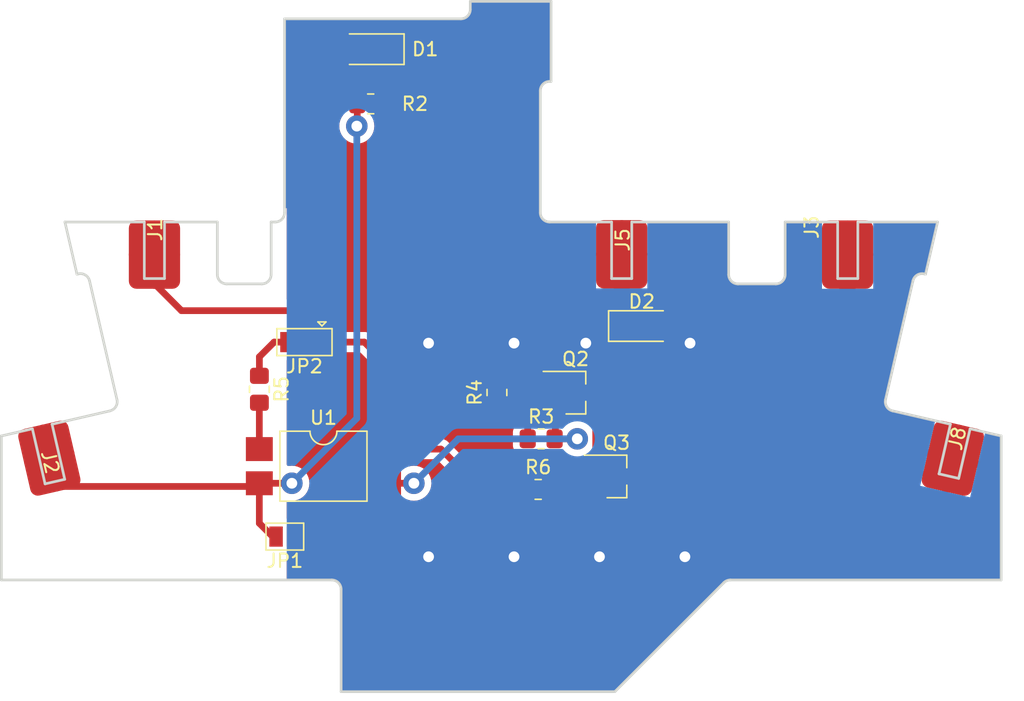
<source format=kicad_pcb>
(kicad_pcb (version 20221018) (generator pcbnew)
  (title_block (comment 4 "AISLER Project ID: OXXCAETM"))
  (layers (0 "F.Cu" signal) (31 "B.Cu" signal) (34 "B.Paste" user) (35 "F.Paste" user) (36 "B.SilkS" user "B.Silkscreen") (37 "F.SilkS" user "F.Silkscreen") (38 "B.Mask" user) (39 "F.Mask" user) (44 "Edge.Cuts" user))
  (net 0 "")
  (net 1 "GND")
  (net 2 "Net-(D1-K)")
  (net 3 "Net-(D1-A)")
  (net 4 "Net-(Q2-D)")
  (net 5 "Net-(R5-Pad2)")
  (net 6 "Net-(J2-Pin_1)")
  (net 7 "Net-(JP2-A)")
  (net 8 "Net-(JP2-B)")
  (net 9 "/Drain-Vout")
  (net 10 "/Source-Vin")
  (net 11 "Net-(Q2-S)")
  (footprint "Library:Wago_Contact" (layer "F.Cu") (at 11.3792 18.8214 90)
    (fp_text reference "J1" (at 1.8542 0.0508 90) (layer "F.SilkS"))
    (fp_text value "IN+")
    (pad "1" connect circle (at -2.159 0 90) (size 0.762 0.762) (layers "F.Cu" "F.Mask") (net 3 "Net-(D1-A)"))
    (pad "1" connect circle (at 0 -1.524 90) (size 0.762 0.762) (layers "F.Cu" "F.Mask") (net 3 "Net-(D1-A)"))
    (pad "1" smd roundrect (at 0 0 90) (size 5.08 3.81) (layers "F.Cu" "F.Paste" "F.Mask") (roundrect_rratio 0.15) (net 3 "Net-(D1-A)"))
    (pad "1" connect circle (at 0 1.524 90) (size 0.762 0.762) (layers "F.Cu" "F.Mask") (net 3 "Net-(D1-A)"))
    (pad "1" connect circle (at 2.159 0 90) (size 0.762 0.762) (layers "F.Cu" "F.Mask") (net 3 "Net-(D1-A)"))
    (zone (net 0) (net_name "") (layers "B.Cu" "F.SilkS") (connect_pads (clearance 0)) (min_thickness 0.25)
      (keepout (tracks not_allowed) (vias not_allowed) (pads not_allowed) (copperpour not_allowed) (footprints allowed))
      (fill (thermal_gap 0.5) (thermal_bridge_width 0.5))
      (polygon (pts (xy 9.4742 21.3614) (xy 9.4742 16.2814) (xy 13.2842 16.2814) (xy 13.2842 21.3614)))
    )
  )
  (footprint "Resistor_SMD:R_0805_2012Metric_Pad1.20x1.40mm_HandSolder" (layer "F.Cu") (at 39.894 36.2712)
    (fp_text reference "R6" (at 0 -1.65) (layer "F.SilkS"))
    (fp_text value "10K")
    (fp_line (start -0.227064 -0.735) (end 0.227064 -0.735) (stroke (width 0.12)) (layer "F.SilkS"))
    (fp_line (start -0.227064 0.735) (end 0.227064 0.735) (stroke (width 0.12)) (layer "F.SilkS"))
    (pad "1" smd roundrect (at -1 0) (size 1.2 1.4) (layers "F.Cu" "F.Paste" "F.Mask") (roundrect_rratio 0.2083333333) (net 4 "Net-(Q2-D)"))
    (pad "2" smd roundrect (at 1 0) (size 1.2 1.4) (layers "F.Cu" "F.Paste" "F.Mask") (roundrect_rratio 0.2083333333) (net 10 "/Source-Vin"))
  )
  (footprint "Resistor_SMD:R_0805_2012Metric_Pad1.20x1.40mm_HandSolder" (layer "F.Cu") (at 19.177 28.829 -90)
    (fp_text reference "R5" (at 0 -1.65 90) (layer "F.SilkS"))
    (fp_text value "5k6")
    (fp_line (start -0.227064 -0.735) (end 0.227064 -0.735) (stroke (width 0.12)) (layer "F.SilkS"))
    (fp_line (start -0.227064 0.735) (end 0.227064 0.735) (stroke (width 0.12)) (layer "F.SilkS"))
    (pad "1" smd roundrect (at -1 0 270) (size 1.2 1.4) (layers "F.Cu" "F.Paste" "F.Mask") (roundrect_rratio 0.2083333333) (net 8 "Net-(JP2-B)"))
    (pad "2" smd roundrect (at 1 0 270) (size 1.2 1.4) (layers "F.Cu" "F.Paste" "F.Mask") (roundrect_rratio 0.2083333333) (net 5 "Net-(R5-Pad2)"))
  )
  (footprint "Resistor_SMD:R_0805_2012Metric_Pad1.20x1.40mm_HandSolder" (layer "F.Cu") (at 40.116 32.512)
    (fp_text reference "R3" (at 0 -1.65) (layer "F.SilkS"))
    (fp_text value "18K")
    (fp_line (start -0.227064 -0.735) (end 0.227064 -0.735) (stroke (width 0.12)) (layer "F.SilkS"))
    (fp_line (start -0.227064 0.735) (end 0.227064 0.735) (stroke (width 0.12)) (layer "F.SilkS"))
    (pad "1" smd roundrect (at -1 0) (size 1.2 1.4) (layers "F.Cu" "F.Paste" "F.Mask") (roundrect_rratio 0.2083333333) (net 1 "GND"))
    (pad "2" smd roundrect (at 1 0) (size 1.2 1.4) (layers "F.Cu" "F.Paste" "F.Mask") (roundrect_rratio 0.2083333333) (net 11 "Net-(Q2-S)"))
  )
  (footprint "Library:Wago_Contact" (layer "F.Cu") (at 70.710531 33.955265 77)
    (fp_text reference "J8" (at 1.505992 -0.00565 77) (layer "F.SilkS"))
    (fp_text value "OUT1-")
    (pad "1" connect circle (at -2.159 0 77) (size 0.762 0.762) (layers "F.Cu" "F.Mask") (net 1 "GND"))
    (pad "1" connect circle (at 0 -1.524 77) (size 0.762 0.762) (layers "F.Cu" "F.Mask") (net 1 "GND"))
    (pad "1" smd roundrect (at 0 0 77) (size 5.08 3.81) (layers "F.Cu" "F.Paste" "F.Mask") (roundrect_rratio 0.15) (net 1 "GND"))
    (pad "1" connect circle (at 0 1.524 77) (size 0.762 0.762) (layers "F.Cu" "F.Mask") (net 1 "GND"))
    (pad "1" connect circle (at 2.159 0 77) (size 0.762 0.762) (layers "F.Cu" "F.Mask") (net 1 "GND"))
    (zone (net 0) (net_name "") (layers "B.Cu" "F.SilkS") (connect_pads (clearance 0)) (min_thickness 0.25)
      (keepout (tracks not_allowed) (vias not_allowed) (pads not_allowed) (copperpour not_allowed) (footprints allowed))
      (fill (thermal_gap 0.5) (thermal_bridge_width 0.5))
      (polygon (pts (xy 68.28298 36.001633) (xy 69.425732 31.051833) (xy 73.138082 31.908897) (xy 71.99533 36.858697)))
    )
  )
  (footprint "Diode_SMD:D_1206_3216Metric_Pad1.42x1.75mm_HandSolder" (layer "F.Cu") (at 47.5885 24.13)
    (fp_text reference "D2" (at 0 -1.82) (layer "F.SilkS"))
    (fp_text value "LL4148")
    (fp_line (start -2.46 -1.135) (end -2.46 1.135) (stroke (width 0.12)) (layer "F.SilkS"))
    (fp_line (start -2.46 1.135) (end 1.6 1.135) (stroke (width 0.12)) (layer "F.SilkS"))
    (fp_line (start 1.6 -1.135) (end -2.46 -1.135) (stroke (width 0.12)) (layer "F.SilkS"))
    (pad "1" smd roundrect (at -1.4875 0) (size 1.425 1.75) (layers "F.Cu" "F.Paste" "F.Mask") (roundrect_rratio 0.1754392982) (net 9 "/Drain-Vout"))
    (pad "2" smd roundrect (at 1.4875 0) (size 1.425 1.75) (layers "F.Cu" "F.Paste" "F.Mask") (roundrect_rratio 0.1754392982) (net 1 "GND"))
  )
  (footprint "Package_DIP:SMDIP-4_W9.53mm" (layer "F.Cu") (at 23.937 34.544)
    (fp_text reference "U1" (at 0 -3.6) (layer "F.SilkS"))
    (fp_text value "PC817")
    (fp_line (start -3.235 -2.6) (end -3.235 2.6) (stroke (width 0.12)) (layer "F.SilkS"))
    (fp_line (start -3.235 2.6) (end 3.235 2.6) (stroke (width 0.12)) (layer "F.SilkS"))
    (fp_line (start -1 -2.6) (end -3.235 -2.6) (stroke (width 0.12)) (layer "F.SilkS"))
    (fp_line (start 3.235 -2.6) (end 1 -2.6) (stroke (width 0.12)) (layer "F.SilkS"))
    (fp_line (start 3.235 2.6) (end 3.235 -2.6) (stroke (width 0.12)) (layer "F.SilkS"))
    (fp_arc (start 1 -2.6) (mid 0 -1.6) (end -1 -2.6) (stroke (width 0.12)) (layer "F.SilkS"))
    (pad "1" smd rect (at -4.765 -1.27) (size 2 1.78) (layers "F.Cu" "F.Paste" "F.Mask") (net 5 "Net-(R5-Pad2)"))
    (pad "2" smd rect (at -4.765 1.27) (size 2 1.78) (layers "F.Cu" "F.Paste" "F.Mask") (net 6 "Net-(J2-Pin_1)"))
    (pad "3" smd rect (at 4.765 1.27) (size 2 1.78) (layers "F.Cu" "F.Paste" "F.Mask") (net 11 "Net-(Q2-S)"))
    (pad "4" smd rect (at 4.765 -1.27) (size 2 1.78) (layers "F.Cu" "F.Paste" "F.Mask") (net 4 "Net-(Q2-D)"))
  )
  (footprint "Jumper:SolderJumper-2_P1.3mm_Open_Pad1.0x1.5mm" (layer "F.Cu") (at 21.067 39.7764 180)
    (fp_text reference "JP1" (at 0 -1.8) (layer "F.SilkS"))
    (fp_text value "SolderJumper_2_Open" hide)
    (fp_line (start -1.4 -1) (end 1.4 -1) (stroke (width 0.12)) (layer "F.SilkS"))
    (fp_line (start -1.4 1) (end -1.4 -1) (stroke (width 0.12)) (layer "F.SilkS"))
    (fp_line (start 1.4 -1) (end 1.4 1) (stroke (width 0.12)) (layer "F.SilkS"))
    (fp_line (start 1.4 1) (end -1.4 1) (stroke (width 0.12)) (layer "F.SilkS"))
    (pad "1" smd rect (at -0.65 0 180) (size 1 1.5) (layers "F.Cu" "F.Mask") (net 1 "GND"))
    (pad "2" smd rect (at 0.65 0 180) (size 1 1.5) (layers "F.Cu" "F.Mask") (net 6 "Net-(J2-Pin_1)"))
  )
  (footprint "LED_SMD:LED_1206_3216Metric_Pad1.42x1.75mm_HandSolder" (layer "F.Cu") (at 27.4685 3.556 180)
    (fp_text reference "D1" (at -4.0275 0) (layer "F.SilkS"))
    (fp_text value "LED")
    (fp_line (start -2.46 -1.135) (end -2.46 1.135) (stroke (width 0.12)) (layer "F.SilkS"))
    (fp_line (start -2.46 1.135) (end 1.6 1.135) (stroke (width 0.12)) (layer "F.SilkS"))
    (fp_line (start 1.6 -1.135) (end -2.46 -1.135) (stroke (width 0.12)) (layer "F.SilkS"))
    (pad "1" smd roundrect (at -1.4875 0 180) (size 1.425 1.75) (layers "F.Cu" "F.Paste" "F.Mask") (roundrect_rratio 0.1754392982) (net 2 "Net-(D1-K)"))
    (pad "2" smd roundrect (at 1.4875 0 180) (size 1.425 1.75) (layers "F.Cu" "F.Paste" "F.Mask") (roundrect_rratio 0.1754392982) (net 3 "Net-(D1-A)"))
  )
  (footprint "Library:Wago_Contact" (layer "F.Cu") (at 46.101 18.796 90)
    (fp_text reference "J5" (at 1.0668 0.0762 90) (layer "F.SilkS"))
    (fp_text value "OUT+")
    (pad "1" connect circle (at -2.159 0 90) (size 0.762 0.762) (layers "F.Cu" "F.Mask") (net 9 "/Drain-Vout"))
    (pad "1" connect circle (at 0 -1.524 90) (size 0.762 0.762) (layers "F.Cu" "F.Mask") (net 9 "/Drain-Vout"))
    (pad "1" smd roundrect (at 0 0 90) (size 5.08 3.81) (layers "F.Cu" "F.Paste" "F.Mask") (roundrect_rratio 0.15) (net 9 "/Drain-Vout"))
    (pad "1" connect circle (at 0 1.524 90) (size 0.762 0.762) (layers "F.Cu" "F.Mask") (net 9 "/Drain-Vout"))
    (pad "1" connect circle (at 2.159 0 90) (size 0.762 0.762) (layers "F.Cu" "F.Mask") (net 9 "/Drain-Vout"))
    (zone (net 0) (net_name "") (layers "B.Cu" "F.SilkS") (connect_pads (clearance 0)) (min_thickness 0.25)
      (keepout (tracks not_allowed) (vias not_allowed) (pads not_allowed) (copperpour not_allowed) (footprints allowed))
      (fill (thermal_gap 0.5) (thermal_bridge_width 0.5))
      (polygon (pts (xy 44.196 21.336) (xy 44.196 16.256) (xy 48.006 16.256) (xy 48.006 21.336)))
    )
  )
  (footprint "Library:Wago_Contact" (layer "F.Cu") (at 3.56774 33.947175 103)
    (fp_text reference "J2" (at -0.298755 -0.004788 103) (layer "F.SilkS"))
    (fp_text value "IN-")
    (pad "1" connect circle (at -2.159 0 103) (size 0.762 0.762) (layers "F.Cu" "F.Mask") (net 6 "Net-(J2-Pin_1)"))
    (pad "1" connect circle (at 0 -1.524 103) (size 0.762 0.762) (layers "F.Cu" "F.Mask") (net 6 "Net-(J2-Pin_1)"))
    (pad "1" smd roundrect (at 0 0 103) (size 5.08 3.81) (layers "F.Cu" "F.Paste" "F.Mask") (roundrect_rratio 0.15) (net 6 "Net-(J2-Pin_1)"))
    (pad "1" connect circle (at 0 1.524 103) (size 0.762 0.762) (layers "F.Cu" "F.Mask") (net 6 "Net-(J2-Pin_1)"))
    (pad "1" connect circle (at 2.159 0 103) (size 0.762 0.762) (layers "F.Cu" "F.Mask") (net 6 "Net-(J2-Pin_1)"))
    (zone (net 0) (net_name "") (layers "B.Cu" "F.SilkS") (connect_pads (clearance 0)) (min_thickness 0.25)
      (keepout (tracks not_allowed) (vias not_allowed) (pads not_allowed) (copperpour not_allowed) (footprints allowed))
      (fill (thermal_gap 0.5) (thermal_bridge_width 0.5))
      (polygon (pts (xy 2.282941 36.850607) (xy 1.140189 31.900807) (xy 4.852539 31.043743) (xy 5.995291 35.993543)))
    )
  )
  (footprint "Package_TO_SOT_SMD:SOT-23_Handsoldering" (layer "F.Cu") (at 42.672 29.083)
    (fp_text reference "Q2" (at 0 -2.5) (layer "F.SilkS"))
    (fp_text value "BSS138")
    (fp_line (start 0.76 -1.58) (end -2.4 -1.58) (stroke (width 0.12)) (layer "F.SilkS"))
    (fp_line (start 0.76 -1.58) (end 0.76 -0.65) (stroke (width 0.12)) (layer "F.SilkS"))
    (fp_line (start 0.76 1.58) (end -0.7 1.58) (stroke (width 0.12)) (layer "F.SilkS"))
    (fp_line (start 0.76 1.58) (end 0.76 0.65) (stroke (width 0.12)) (layer "F.SilkS"))
    (pad "1" smd rect (at -1.5 -0.95) (size 1.9 0.8) (layers "F.Cu" "F.Paste" "F.Mask") (net 7 "Net-(JP2-A)"))
    (pad "2" smd rect (at -1.5 0.95) (size 1.9 0.8) (layers "F.Cu" "F.Paste" "F.Mask") (net 11 "Net-(Q2-S)"))
    (pad "3" smd rect (at 1.5 0) (size 1.9 0.8) (layers "F.Cu" "F.Paste" "F.Mask") (net 4 "Net-(Q2-D)"))
  )
  (footprint "Library:Wago_Contact" (layer "F.Cu") (at 62.8904 18.8214 90)
    (fp_text reference "J3" (at 2.032 -2.667 90) (layer "F.SilkS"))
    (fp_text value "OUT VB")
    (pad "1" connect circle (at -2.159 0 90) (size 0.762 0.762) (layers "F.Cu" "F.Mask") (net 10 "/Source-Vin"))
    (pad "1" connect circle (at 0 -1.524 90) (size 0.762 0.762) (layers "F.Cu" "F.Mask") (net 10 "/Source-Vin"))
    (pad "1" smd roundrect (at 0 0 90) (size 5.08 3.81) (layers "F.Cu" "F.Paste" "F.Mask") (roundrect_rratio 0.15) (net 10 "/Source-Vin"))
    (pad "1" connect circle (at 0 1.524 90) (size 0.762 0.762) (layers "F.Cu" "F.Mask") (net 10 "/Source-Vin"))
    (pad "1" connect circle (at 2.159 0 90) (size 0.762 0.762) (layers "F.Cu" "F.Mask") (net 10 "/Source-Vin"))
    (zone (net 0) (net_name "") (layers "B.Cu" "F.SilkS") (connect_pads (clearance 0)) (min_thickness 0.25)
      (keepout (tracks not_allowed) (vias not_allowed) (pads not_allowed) (copperpour not_allowed) (footprints allowed))
      (fill (thermal_gap 0.5) (thermal_bridge_width 0.5))
      (polygon (pts (xy 60.9854 21.3614) (xy 60.9854 16.2814) (xy 64.7954 16.2814) (xy 64.7954 21.3614)))
    )
  )
  (footprint "Resistor_SMD:R_0805_2012Metric_Pad1.20x1.40mm_HandSolder" (layer "F.Cu") (at 27.448 7.62 180)
    (fp_text reference "R2" (at -3.286 0) (layer "F.SilkS"))
    (fp_text value "2K")
    (fp_line (start -0.227064 -0.735) (end 0.227064 -0.735) (stroke (width 0.12)) (layer "F.SilkS"))
    (fp_line (start -0.227064 0.735) (end 0.227064 0.735) (stroke (width 0.12)) (layer "F.SilkS"))
    (pad "1" smd roundrect (at -1 0 180) (size 1.2 1.4) (layers "F.Cu" "F.Paste" "F.Mask") (roundrect_rratio 0.2083333333) (net 2 "Net-(D1-K)"))
    (pad "2" smd roundrect (at 1 0 180) (size 1.2 1.4) (layers "F.Cu" "F.Paste" "F.Mask") (roundrect_rratio 0.2083333333) (net 6 "Net-(J2-Pin_1)"))
  )
  (footprint "Jumper:SolderJumper-3_P1.3mm_Open_Pad1.0x1.5mm" (layer "F.Cu") (at 22.5252 25.3238 180)
    (fp_text reference "JP2" (at 0 -1.8) (layer "F.SilkS"))
    (fp_text value "SolderJumper_3_Open" hide)
    (fp_line (start -2.05 -1) (end 2.05 -1) (stroke (width 0.12)) (layer "F.SilkS"))
    (fp_line (start -2.05 1) (end -2.05 -1) (stroke (width 0.12)) (layer "F.SilkS"))
    (fp_line (start -1.6 1.5) (end -1 1.5) (stroke (width 0.12)) (layer "F.SilkS"))
    (fp_line (start -1.3 1.2) (end -1.6 1.5) (stroke (width 0.12)) (layer "F.SilkS"))
    (fp_line (start -1.3 1.2) (end -1 1.5) (stroke (width 0.12)) (layer "F.SilkS"))
    (fp_line (start 2.05 -1) (end 2.05 1) (stroke (width 0.12)) (layer "F.SilkS"))
    (fp_line (start 2.05 1) (end -2.05 1) (stroke (width 0.12)) (layer "F.SilkS"))
    (pad "1" smd rect (at -1.3 0 180) (size 1 1.5) (layers "F.Cu" "F.Mask") (net 7 "Net-(JP2-A)"))
    (pad "2" smd rect (at 0 0 180) (size 1 1.5) (layers "F.Cu" "F.Mask") (net 3 "Net-(D1-A)"))
    (pad "3" smd rect (at 1.3 0 180) (size 1 1.5) (layers "F.Cu" "F.Mask") (net 8 "Net-(JP2-B)"))
  )
  (footprint "Resistor_SMD:R_0805_2012Metric_Pad1.20x1.40mm_HandSolder" (layer "F.Cu") (at 36.83 29.067 90)
    (fp_text reference "R4" (at 0 -1.65 90) (layer "F.SilkS"))
    (fp_text value "10K")
    (fp_line (start -0.227064 -0.735) (end 0.227064 -0.735) (stroke (width 0.12)) (layer "F.SilkS"))
    (fp_line (start -0.227064 0.735) (end 0.227064 0.735) (stroke (width 0.12)) (layer "F.SilkS"))
    (pad "1" smd roundrect (at -1 0 90) (size 1.2 1.4) (layers "F.Cu" "F.Paste" "F.Mask") (roundrect_rratio 0.2083333333) (net 1 "GND"))
    (pad "2" smd roundrect (at 1 0 90) (size 1.2 1.4) (layers "F.Cu" "F.Paste" "F.Mask") (roundrect_rratio 0.2083333333) (net 7 "Net-(JP2-A)"))
  )
  (footprint "Package_TO_SOT_SMD:SOT-23_Handsoldering" (layer "F.Cu") (at 45.72 35.306)
    (fp_text reference "Q3" (at 0 -2.5) (layer "F.SilkS"))
    (fp_text value "BSS84")
    (fp_line (start 0.76 -1.58) (end -2.4 -1.58) (stroke (width 0.12)) (layer "F.SilkS"))
    (fp_line (start 0.76 -1.58) (end 0.76 -0.65) (stroke (width 0.12)) (layer "F.SilkS"))
    (fp_line (start 0.76 1.58) (end -0.7 1.58) (stroke (width 0.12)) (layer "F.SilkS"))
    (fp_line (start 0.76 1.58) (end 0.76 0.65) (stroke (width 0.12)) (layer "F.SilkS"))
    (pad "1" smd rect (at -1.5 -0.95) (size 1.9 0.8) (layers "F.Cu" "F.Paste" "F.Mask") (net 4 "Net-(Q2-D)"))
    (pad "2" smd rect (at -1.5 0.95) (size 1.9 0.8) (layers "F.Cu" "F.Paste" "F.Mask") (net 10 "/Source-Vin"))
    (pad "3" smd rect (at 1.5 0) (size 1.9 0.8) (layers "F.Cu" "F.Paste" "F.Mask") (net 9 "/Drain-Vout"))
  )
  (gr_arc (start 21.05 15.7) (mid 20.844975 16.194975) (end 20.35 16.4) (stroke (width 0.2)) (layer "Edge.Cuts"))
  (gr_line (start 40.75 5.95) (end 40.85 5.95) (stroke (width 0.2)) (layer "Edge.Cuts"))
  (gr_line (start 45.592893 51.3) (end 53.687868 43.205025) (stroke (width 0.2)) (layer "Edge.Cuts"))
  (gr_line (start 0 32.297718) (end 0 43) (stroke (width 0.2)) (layer "Edge.Cuts"))
  (gr_line (start 40.05 15.7) (end 40.05 6.65) (stroke (width 0.2)) (layer "Edge.Cuts"))
  (gr_line (start 16.05 16.4) (end 12.124698 16.4) (stroke (width 0.2)) (layer "Edge.Cuts"))
  (gr_arc (start 53.687868 43.205025) (mid 53.914967 43.053298) (end 54.182843 43) (stroke (width 0.2)) (layer "Edge.Cuts"))
  (gr_arc (start 67.743612 20.777592) (mid 68.054735 20.341435) (end 68.583137 20.252998) (stroke (width 0.2)) (layer "Edge.Cuts"))
  (gr_arc (start 16.75 21) (mid 16.255025 20.794975) (end 16.05 20.3) (stroke (width 0.2)) (layer "Edge.Cuts"))
  (gr_arc (start 58.25 20.3) (mid 58.044975 20.794975) (end 57.55 21) (stroke (width 0.2)) (layer "Edge.Cuts"))
  (gr_line (start 6.556388 20.777592) (end 8.592195 29.595641) (stroke (width 0.2)) (layer "Edge.Cuts"))
  (gr_line (start 71.14285 35.452793) (end 69.681295 35.115367) (stroke (width 0.2)) (layer "Edge.Cuts"))
  (gr_line (start 20.05 16.4) (end 20.05 20.3) (stroke (width 0.2)) (layer "Edge.Cuts"))
  (gr_line (start 63.65 20.6) (end 62.15 20.6) (stroke (width 0.2)) (layer "Edge.Cuts"))
  (gr_line (start 46.85 16.4) (end 46.85 20.6) (stroke (width 0.2)) (layer "Edge.Cuts"))
  (gr_line (start 74.3 32.297718) (end 71.994158 31.765372) (stroke (width 0.2)) (layer "Edge.Cuts"))
  (gr_line (start 69.575302 16.4) (end 63.65 16.4) (stroke (width 0.2)) (layer "Edge.Cuts"))
  (gr_line (start 25.25 43.7) (end 25.25 51.3) (stroke (width 0.2)) (layer "Edge.Cuts"))
  (gr_line (start 40.85 5.95) (end 40.85 0) (stroke (width 0.2)) (layer "Edge.Cuts"))
  (gr_line (start 20.35 16.4) (end 20.05 16.4) (stroke (width 0.2)) (layer "Edge.Cuts"))
  (gr_line (start 25.25 51.3) (end 45.592893 51.3) (stroke (width 0.2)) (layer "Edge.Cuts"))
  (gr_arc (start 5.716863 20.252998) (mid 6.245272 20.341424) (end 6.556388 20.777592) (stroke (width 0.2)) (layer "Edge.Cuts"))
  (gr_line (start 62.15 20.6) (end 62.15 16.4) (stroke (width 0.2)) (layer "Edge.Cuts"))
  (gr_line (start 12.124698 16.4) (end 12.124698 20.6) (stroke (width 0.2)) (layer "Edge.Cuts"))
  (gr_line (start 21.05 1.3) (end 21.05 15.7) (stroke (width 0.2)) (layer "Edge.Cuts"))
  (gr_line (start 69.681295 35.115367) (end 70.532603 31.427946) (stroke (width 0.2)) (layer "Edge.Cuts"))
  (gr_line (start 3.250637 35.857727) (end 2.305842 31.765372) (stroke (width 0.2)) (layer "Edge.Cuts"))
  (gr_line (start 54.05 16.4) (end 46.85 16.4) (stroke (width 0.2)) (layer "Edge.Cuts"))
  (gr_arc (start 54.75 21) (mid 54.255025 20.794975) (end 54.05 20.3) (stroke (width 0.2)) (layer "Edge.Cuts"))
  (gr_line (start 40.85 0) (end 34.85 0) (stroke (width 0.2)) (layer "Edge.Cuts"))
  (gr_line (start 68.583137 20.252998) (end 68.680574 20.275493) (stroke (width 0.2)) (layer "Edge.Cuts"))
  (gr_line (start 12.124698 20.6) (end 10.624698 20.6) (stroke (width 0.2)) (layer "Edge.Cuts"))
  (gr_line (start 3.767397 31.427946) (end 4.712192 35.5203) (stroke (width 0.2)) (layer "Edge.Cuts"))
  (gr_line (start 62.15 16.4) (end 58.25 16.4) (stroke (width 0.2)) (layer "Edge.Cuts"))
  (gr_line (start 4.712192 35.5203) (end 3.250637 35.857727) (stroke (width 0.2)) (layer "Edge.Cuts"))
  (gr_arc (start 24.55 43) (mid 25.044975 43.205025) (end 25.25 43.7) (stroke (width 0.2)) (layer "Edge.Cuts"))
  (gr_line (start 65.707805 29.595641) (end 67.743612 20.777592) (stroke (width 0.2)) (layer "Edge.Cuts"))
  (gr_arc (start 34.85 0.6) (mid 34.644975 1.094975) (end 34.15 1.3) (stroke (width 0.2)) (layer "Edge.Cuts"))
  (gr_line (start 10.624698 20.6) (end 10.624698 16.4) (stroke (width 0.2)) (layer "Edge.Cuts"))
  (gr_arc (start 8.592195 29.595641) (mid 8.503769 30.12405) (end 8.067602 30.435165) (stroke (width 0.2)) (layer "Edge.Cuts"))
  (gr_line (start 19.35 21) (end 16.75 21) (stroke (width 0.2)) (layer "Edge.Cuts"))
  (gr_line (start 45.35 20.6) (end 45.35 16.4) (stroke (width 0.2)) (layer "Edge.Cuts"))
  (gr_line (start 46.85 20.6) (end 45.35 20.6) (stroke (width 0.2)) (layer "Edge.Cuts"))
  (gr_line (start 54.182843 43) (end 74.3 43) (stroke (width 0.2)) (layer "Edge.Cuts"))
  (gr_line (start 2.305842 31.765372) (end 0 32.297718) (stroke (width 0.2)) (layer "Edge.Cuts"))
  (gr_line (start 63.65 16.4) (end 63.65 20.6) (stroke (width 0.2)) (layer "Edge.Cuts"))
  (gr_arc (start 40.75 16.4) (mid 40.255025 16.194975) (end 40.05 15.7) (stroke (width 0.2)) (layer "Edge.Cuts"))
  (gr_line (start 71.994158 31.765372) (end 71.14285 35.452793) (stroke (width 0.2)) (layer "Edge.Cuts"))
  (gr_line (start 68.680574 20.275493) (end 69.575302 16.4) (stroke (width 0.2)) (layer "Edge.Cuts"))
  (gr_line (start 54.05 20.3) (end 54.05 16.4) (stroke (width 0.2)) (layer "Edge.Cuts"))
  (gr_line (start 4.724698 16.4) (end 5.619426 20.275493) (stroke (width 0.2)) (layer "Edge.Cuts"))
  (gr_line (start 74.3 43) (end 74.3 32.297718) (stroke (width 0.2)) (layer "Edge.Cuts"))
  (gr_line (start 45.35 16.4) (end 40.75 16.4) (stroke (width 0.2)) (layer "Edge.Cuts"))
  (gr_arc (start 66.232398 30.435165) (mid 65.796249 30.124043) (end 65.707805 29.595641) (stroke (width 0.2)) (layer "Edge.Cuts"))
  (gr_line (start 70.532603 31.427946) (end 66.232398 30.435165) (stroke (width 0.2)) (layer "Edge.Cuts"))
  (gr_line (start 16.05 20.3) (end 16.05 16.4) (stroke (width 0.2)) (layer "Edge.Cuts"))
  (gr_line (start 58.25 16.4) (end 58.25 20.3) (stroke (width 0.2)) (layer "Edge.Cuts"))
  (gr_line (start 34.85 0) (end 34.85 0.6) (stroke (width 0.2)) (layer "Edge.Cuts"))
  (gr_line (start 5.619426 20.275493) (end 5.716863 20.252998) (stroke (width 0.2)) (layer "Edge.Cuts"))
  (gr_line (start 0 43) (end 24.55 43) (stroke (width 0.2)) (layer "Edge.Cuts"))
  (gr_arc (start 40.05 6.65) (mid 40.255025 6.155025) (end 40.75 5.95) (stroke (width 0.2)) (layer "Edge.Cuts"))
  (gr_line (start 10.624698 16.4) (end 4.724698 16.4) (stroke (width 0.2)) (layer "Edge.Cuts"))
  (gr_arc (start 20.05 20.3) (mid 19.844975 20.794975) (end 19.35 21) (stroke (width 0.2)) (layer "Edge.Cuts"))
  (gr_line (start 8.067602 30.435165) (end 3.767397 31.427946) (stroke (width 0.2)) (layer "Edge.Cuts"))
  (gr_line (start 34.15 1.3) (end 21.05 1.3) (stroke (width 0.2)) (layer "Edge.Cuts"))
  (gr_line (start 57.55 21) (end 54.75 21) (stroke (width 0.2)) (layer "Edge.Cuts"))
  (segment (start 70.224862 36.05893) (end 69.414408 35.248476) (width 0.5) (layer "F.Cu") (net 1))
  (segment (start 69.040766 35.222555) (end 69.15734 35.409111) (width 1.2) (layer "F.Cu") (net 1))
  (via (at 51.181 25.4) (size 1.6) (drill 0.8) (layers "F.Cu" "B.Cu") (net 1))
  (via (at 38.1 25.4) (size 1.6) (drill 0.8) (layers "F.Cu" "B.Cu") (net 1))
  (via (at 50.8 41.275) (size 1.6) (drill 0.8) (layers "F.Cu" "B.Cu") (net 1))
  (via (at 31.75 41.275) (size 1.6) (drill 0.8) (layers "F.Cu" "B.Cu") (net 1))
  (via (at 44.45 41.275) (size 1.6) (drill 0.8) (layers "F.Cu" "B.Cu") (net 1))
  (via (at 38.1 41.275) (size 1.6) (drill 0.8) (layers "F.Cu" "B.Cu") (net 1))
  (via (at 31.75 25.4) (size 1.6) (drill 0.8) (layers "F.Cu" "B.Cu") (net 1))
  (via (at 43.434 25.4) (size 1.6) (drill 0.8) (layers "F.Cu" "B.Cu") (net 1))
  (segment (start 28.5242 7.6454) (end 28.4988 7.62) (width 0.5) (layer "F.Cu") (net 2))
  (segment (start 28.956 3.556) (end 28.956 7.2136) (width 0.5) (layer "F.Cu") (net 2))
  (segment (start 28.956 7.2136) (end 28.5242 7.6454) (width 0.5) (layer "F.Cu") (net 2))
  (segment (start 28.4988 7.62) (end 28.448 7.62) (width 0.5) (layer "F.Cu") (net 2))
  (segment (start 22.3982 22.987) (end 22.5252 22.86) (width 0.5) (layer "F.Cu") (net 3))
  (segment (start 11.3792 20.9804) (end 13.3858 22.987) (width 0.5) (layer "F.Cu") (net 3))
  (segment (start 22.5252 7.0118) (end 22.5252 22.86) (width 0.5) (layer "F.Cu") (net 3))
  (segment (start 22.5252 22.86) (end 22.5252 25.3238) (width 0.5) (layer "F.Cu") (net 3))
  (segment (start 25.981 3.556) (end 22.5252 7.0118) (width 0.5) (layer "F.Cu") (net 3))
  (segment (start 13.3858 22.987) (end 22.3982 22.987) (width 0.5) (layer "F.Cu") (net 3))
  (segment (start 44.172 29.083) (end 44.172 34.308) (width 0.5) (layer "F.Cu") (net 4))
  (segment (start 38.894 34.959) (end 39.624 34.229) (width 0.5) (layer "F.Cu") (net 4))
  (segment (start 39.624 34.229) (end 44.22 34.229) (width 0.5) (layer "F.Cu") (net 4))
  (segment (start 38.894 36.195) (end 38.894 34.959) (width 0.5) (layer "F.Cu") (net 4))
  (segment (start 32.6644 33.274) (end 28.702 33.274) (width 0.5) (layer "F.Cu") (net 4))
  (segment (start 35.6616 36.2712) (end 32.6644 33.274) (width 0.5) (layer "F.Cu") (net 4))
  (segment (start 38.894 36.2712) (end 35.6616 36.2712) (width 0.5) (layer "F.Cu") (net 4))
  (segment (start 44.172 34.308) (end 44.22 34.356) (width 0.5) (layer "F.Cu") (net 4))
  (segment (start 19.172 29.834) (end 19.177 29.829) (width 0.5) (layer "F.Cu") (net 5))
  (segment (start 19.172 33.274) (end 19.172 29.834) (width 0.5) (layer "F.Cu") (net 5))
  (segment (start 20.417 39.7764) (end 20.163 39.7764) (width 0.5) (layer "F.Cu") (net 6))
  (segment (start 19.172 38.7854) (end 20.163 39.7764) (width 0.5) (layer "F.Cu") (net 6))
  (segment (start 19.172 35.814) (end 21.59 35.814) (width 0.5) (layer "F.Cu") (net 6))
  (segment (start 18.93516 36.05084) (end 19.172 35.814) (width 0.5) (layer "F.Cu") (net 6))
  (segment (start 19.172 35.814) (end 19.172 38.7854) (width 0.5) (layer "F.Cu") (net 6))
  (segment (start 26.448 9.239) (end 26.416 9.271) (width 0.5) (layer "F.Cu") (net 6))
  (segment (start 26.448 7.62) (end 26.448 9.239) (width 0.5) (layer "F.Cu") (net 6))
  (segment (start 4.053409 36.05084) (end 18.93516 36.05084) (width 0.5) (layer "F.Cu") (net 6))
  (via (at 26.416 9.271) (size 1.6) (drill 0.8) (layers "F.Cu" "B.Cu") (net 6))
  (via (at 21.59 35.814) (size 1.6) (drill 0.8) (layers "F.Cu" "B.Cu") (net 6))
  (segment (start 26.416 30.988) (end 26.416 9.271) (width 0.5) (layer "B.Cu") (net 6))
  (segment (start 21.59 35.814) (end 26.416 30.988) (width 0.5) (layer "B.Cu") (net 6))
  (segment (start 41.172 28.133) (end 36.896 28.133) (width 0.5) (layer "F.Cu") (net 7))
  (segment (start 29.718 28.067) (end 36.83 28.067) (width 0.5) (layer "F.Cu") (net 7))
  (segment (start 26.9748 25.3238) (end 29.718 28.067) (width 0.5) (layer "F.Cu") (net 7))
  (segment (start 36.896 28.133) (end 36.83 28.067) (width 0.5) (layer "F.Cu") (net 7))
  (segment (start 23.8252 25.3238) (end 26.9748 25.3238) (width 0.5) (layer "F.Cu") (net 7))
  (segment (start 19.177 26.416) (end 19.177 27.829) (width 0.5) (layer "F.Cu") (net 8))
  (segment (start 20.2692 25.3238) (end 19.177 26.416) (width 0.5) (layer "F.Cu") (net 8))
  (segment (start 21.2252 25.3238) (end 20.2692 25.3238) (width 0.5) (layer "F.Cu") (net 8))
  (segment (start 46.101 24.13) (end 46.101 21.2) (width 1.2) (layer "F.Cu") (net 9))
  (segment (start 46.101 27.305) (end 46.228 27.432) (width 1.2) (layer "F.Cu") (net 9))
  (segment (start 47.22 28.424) (end 46.228 27.432) (width 1.2) (layer "F.Cu") (net 9))
  (segment (start 46.101 24.13) (end 46.101 27.305) (width 1.2) (layer "F.Cu") (net 9))
  (segment (start 47.22 35.306) (end 47.22 28.424) (width 1.2) (layer "F.Cu") (net 9))
  (segment (start 48.665 37.441) (end 45.405 37.441) (width 1.2) (layer "F.Cu") (net 10))
  (segment (start 62.865 23.241) (end 48.665 37.441) (width 1.2) (layer "F.Cu") (net 10))
  (segment (start 45.405 37.441) (end 44.22 36.256) (width 1.2) (layer "F.Cu") (net 10))
  (segment (start 40.894 36.2712) (end 44.2048 36.2712) (width 0.5) (layer "F.Cu") (net 10))
  (segment (start 44.2048 36.2712) (end 44.22 36.256) (width 0.5) (layer "F.Cu") (net 10))
  (segment (start 62.865 21.2) (end 62.865 23.241) (width 1.2) (layer "F.Cu") (net 10))
  (segment (start 62.8904 21.2) (end 62.865 21.2) (width 1.2) (layer "F.Cu") (net 10))
  (segment (start 41.172 30.033) (end 41.172 32.456) (width 0.5) (layer "F.Cu") (net 11))
  (segment (start 42.799 32.512) (end 41.116 32.512) (width 0.5) (layer "F.Cu") (net 11))
  (segment (start 41.172 32.456) (end 41.116 32.512) (width 0.5) (layer "F.Cu") (net 11))
  (segment (start 28.702 35.814) (end 30.6578 35.814) (width 0.5) (layer "F.Cu") (net 11))
  (via (at 42.799 32.512) (size 1.6) (drill 0.8) (layers "F.Cu" "B.Cu") (net 11))
  (via (at 30.6578 35.814) (size 1.6) (drill 0.8) (layers "F.Cu" "B.Cu") (net 11))
  (segment (start 33.9598 32.512) (end 30.6578 35.814) (width 0.5) (layer "B.Cu") (net 11))
  (segment (start 42.799 32.512) (end 33.9598 32.512) (width 0.5) (layer "B.Cu") (net 11))
  (zone (net 0) (net_name "") (layers "F&B.Cu") (connect_pads (clearance 0)) (min_thickness 0.25)
    (keepout (tracks allowed) (vias allowed) (pads allowed) (copperpour not_allowed) (footprints allowed))
    (fill (thermal_gap 0.5) (thermal_bridge_width 0.5))
    (polygon (pts (xy 0 15.367) (xy 8.763 15.367) (xy 21.209 15.367) (xy 21.209 43.053) (xy 0.1016 43.1038)))
  )
  (zone (net 1) (net_name "GND") (layers "F&B.Cu") (connect_pads (clearance 0.5)) (min_thickness 0.25) (fill yes (thermal_gap 0.5) (thermal_bridge_width 0.5))
    (polygon (pts (xy 0 0) (xy 76 0) (xy 76 52) (xy 0 52)))
  )
)
</source>
